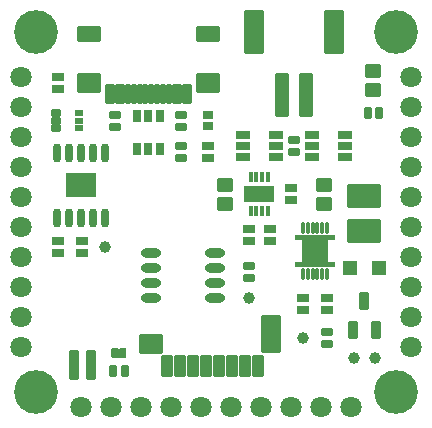
<source format=gts>
G04 Layer: TopSolderMaskLayer*
G04 Panelize: , Column: 3, Row: 3, Board Size: 35.56mm x 35.56mm, Panelized Board Size: 110.68mm x 110.68mm*
G04 EasyEDA v6.5.39, 2024-01-10 02:32:58*
G04 c879e6b8726d4e35908b0b4345eef0b3,3d9c8b04885e45b7839bd8e85c0fd600,10*
G04 Gerber Generator version 0.2*
G04 Scale: 100 percent, Rotated: No, Reflected: No *
G04 Dimensions in millimeters *
G04 leading zeros omitted , absolute positions ,4 integer and 5 decimal *
%FSLAX45Y45*%
%MOMM*%

%AMMACRO1*1,1,$1,$2,$3*1,1,$1,$4,$5*1,1,$1,0-$2,0-$3*1,1,$1,0-$4,0-$5*20,1,$1,$2,$3,$4,$5,0*20,1,$1,$4,$5,0-$2,0-$3,0*20,1,$1,0-$2,0-$3,0-$4,0-$5,0*20,1,$1,0-$4,0-$5,$2,$3,0*4,1,4,$2,$3,$4,$5,0-$2,0-$3,0-$4,0-$5,$2,$3,0*%
%AMMACRO2*4,1,5,-0.3066,-0.4016,-0.3066,0.2355,-0.1737,0.4016,0.3066,0.4016,0.3066,-0.4016,-0.3066,-0.4016,0*%
%AMMACRO3*4,1,12,-1.7018,-1.3208,-1.7018,-0.9652,-1.0668,-0.9652,-1.0668,0.9652,-1.7018,0.9652,-1.7018,1.3208,1.7018,1.3208,1.7018,0.9652,1.0668,0.9652,1.0668,-0.9652,1.7018,-0.9652,1.7018,-1.3208,-1.7018,-1.3208,0*%
%ADD10R,1.0032X0.7032*%
%ADD11MACRO1,0.2032X0.4X0.25X0.4X-0.25*%
%ADD12R,0.6516X1.1016*%
%ADD13MACRO1,0.2032X0.1999X0.3X0.1999X-0.3*%
%ADD14MACRO2*%
%ADD15R,0.8032X0.6232*%
%ADD16MACRO1,0.2032X0.3X0.21X0.3X-0.21*%
%ADD17MACRO1,0.2032X0.25X-0.4X-0.25X-0.4*%
%ADD18C,1.0032*%
%ADD19O,0.7015988X1.6015970000000002*%
%ADD20MACRO1,0.1016X-1.25X1X1.25X1*%
%ADD21MACRO1,0.1016X0.4X0.25X0.4X-0.25*%
%ADD22MACRO1,0.1016X-0.1X0.425X0.1X0.425*%
%ADD23MACRO3*%
%ADD24MACRO1,0.2032X0.55X0.5X0.55X-0.5*%
%ADD25MACRO1,0.2032X1.3X0.8999X1.3X-0.8999*%
%ADD26MACRO1,0.2032X-0.25X0.4X0.25X0.4*%
%ADD27MACRO1,0.2032X-0.5X0.275X0.5X0.275*%
%ADD28MACRO1,0.2032X-0.5X0.5X0.5X0.5*%
%ADD29MACRO1,0.2032X0.35X-0.625X-0.35X-0.625*%
%ADD30O,1.7031970000000003X0.8031988000000001*%
%ADD31R,2.6032X1.4732*%
%ADD32R,0.4532X0.8332*%
%ADD33C,1.8032*%
%ADD34C,3.7032*%
%ADD35C,0.6100*%
%ADD36MACRO1,0.2032X0.3X-0.725X-0.3X-0.725*%
%ADD37MACRO1,0.2032X0.15X-0.725X-0.15X-0.725*%
%ADD38MACRO1,0.2032X0.9X-0.725X-0.9X-0.725*%
%ADD39MACRO1,0.2032X0.9X-0.6X-0.9X-0.6*%
%ADD40MACRO1,0.2032X-0.5X1.75X0.5X1.75*%
%ADD41MACRO1,0.2032X-0.75X1.75X0.75X1.75*%
%ADD42MACRO1,0.2032X0.3X1.15X0.3X-1.15*%
%ADD43MACRO1,0.2032X-0.4X0.8X0.4X0.8*%
%ADD44MACRO1,0.2032X-0.4X0.8001X0.4X0.8001*%
%ADD45MACRO1,0.2032X-0.9X0.75X0.9X0.75*%
%ADD46MACRO1,0.2032X-0.75X1.5X0.75X1.5*%
%ADD47C,0.0190*%

%LPD*%
D10*
G01*
X-63601Y557961D03*
G01*
X-63601Y457962D03*
D11*
G01*
X-292206Y457965D03*
G01*
X-292206Y557965D03*
D10*
G01*
X-1333525Y-342087D03*
G01*
X-1333525Y-242087D03*
G01*
X-1130325Y-342087D03*
G01*
X-1130325Y-242087D03*
D11*
G01*
X279354Y-458008D03*
G01*
X279354Y-558008D03*
D12*
G01*
X-666470Y812800D03*
G01*
X-571474Y812800D03*
G01*
X-476478Y812800D03*
G01*
X-476478Y532790D03*
G01*
X-571474Y532790D03*
G01*
X-666470Y532790D03*
D13*
G01*
X-858088Y-1193774D03*
D14*
G01*
X-793089Y-1193774D03*
D15*
G01*
X-1162304Y839673D03*
G01*
X-1162304Y774674D03*
G01*
X-1162304Y709676D03*
D16*
G01*
X-1352301Y709674D03*
G01*
X-1352301Y774673D03*
G01*
X-1352301Y839671D03*
D10*
G01*
X-1333500Y1142212D03*
G01*
X-1333500Y1042212D03*
D11*
G01*
X-292206Y724665D03*
G01*
X-292206Y824665D03*
G01*
X-851006Y724665D03*
G01*
X-851006Y824665D03*
D17*
G01*
X-871797Y-1346233D03*
G01*
X-771798Y-1346233D03*
D18*
G01*
X1168400Y-1231900D03*
G01*
X1346200Y-1231900D03*
G01*
X736600Y-1066800D03*
G01*
X-939800Y-292100D03*
G01*
X279400Y-723900D03*
D19*
G01*
X-943000Y503580D03*
G01*
X-1043000Y503580D03*
G01*
X-1143000Y503580D03*
G01*
X-1242999Y503580D03*
G01*
X-1342999Y503580D03*
G01*
X-1342999Y-46405D03*
G01*
X-1242999Y-46405D03*
G01*
X-1143000Y-46405D03*
G01*
X-1043000Y-46405D03*
G01*
X-943000Y-46405D03*
D20*
G01*
X-1143000Y228612D03*
D21*
G01*
X-63507Y819689D03*
G01*
X-63507Y729692D03*
D22*
G01*
X738228Y-132657D03*
G01*
X778228Y-132657D03*
G01*
X818227Y-132657D03*
G01*
X858230Y-132657D03*
G01*
X898225Y-132657D03*
G01*
X938227Y-132657D03*
G01*
X938230Y-527659D03*
G01*
X898227Y-527657D03*
G01*
X858225Y-527657D03*
G01*
X818230Y-527657D03*
G01*
X778228Y-527657D03*
G01*
X738228Y-527657D03*
D23*
G01*
X838250Y-330174D03*
D24*
G01*
X76200Y72392D03*
G01*
X76200Y232392D03*
D25*
G01*
X1257300Y137414D03*
G01*
X1257300Y-162814D03*
D10*
G01*
X279374Y-240487D03*
G01*
X279374Y-140487D03*
G01*
X634974Y102412D03*
G01*
X634974Y202412D03*
D26*
G01*
X1283470Y838192D03*
G01*
X1383470Y838192D03*
D10*
G01*
X736574Y-824687D03*
G01*
X736574Y-724687D03*
D27*
G01*
X228295Y463803D03*
G01*
X228295Y558800D03*
G01*
X228295Y653796D03*
G01*
X508304Y653796D03*
G01*
X508304Y558800D03*
G01*
X508304Y463803D03*
D24*
G01*
X1333566Y1033782D03*
G01*
X1333566Y1193782D03*
D11*
G01*
X660293Y508765D03*
G01*
X660293Y608765D03*
D10*
G01*
X457098Y-140538D03*
G01*
X457098Y-240537D03*
D24*
G01*
X914466Y72392D03*
G01*
X914466Y232392D03*
D28*
G01*
X1137300Y-469900D03*
G01*
X1377299Y-469900D03*
D29*
G01*
X1162303Y-1001268D03*
G01*
X1352296Y-1001268D03*
G01*
X1257300Y-751331D03*
D11*
G01*
X939800Y-1116801D03*
G01*
X939800Y-1016801D03*
D30*
G01*
X-553389Y-342900D03*
G01*
X-553389Y-469900D03*
G01*
X-553389Y-596900D03*
G01*
X-553389Y-723900D03*
G01*
X-5410Y-342900D03*
G01*
X-5410Y-469900D03*
G01*
X-5410Y-596900D03*
G01*
X-5410Y-723900D03*
D27*
G01*
X812495Y463803D03*
G01*
X812495Y558800D03*
G01*
X812495Y653796D03*
G01*
X1092504Y653796D03*
G01*
X1092504Y558800D03*
G01*
X1092504Y463803D03*
D31*
G01*
X368223Y152450D03*
D32*
G01*
X293217Y297459D03*
G01*
X343230Y297459D03*
G01*
X393217Y297459D03*
G01*
X443229Y297459D03*
G01*
X443229Y7467D03*
G01*
X393217Y7467D03*
G01*
X343230Y7467D03*
G01*
X293217Y7467D03*
D10*
G01*
X939800Y-824687D03*
G01*
X939800Y-724687D03*
D33*
G01*
X-1143000Y-1651000D03*
G01*
X-889000Y-1651000D03*
G01*
X-635000Y-1651000D03*
G01*
X-381000Y-1651000D03*
G01*
X-127000Y-1651000D03*
G01*
X127000Y-1651000D03*
G01*
X381000Y-1651000D03*
G01*
X635000Y-1651000D03*
G01*
X889000Y-1651000D03*
G01*
X1143000Y-1651000D03*
G01*
X-1651000Y1143000D03*
G01*
X-1651000Y889000D03*
G01*
X-1651000Y635000D03*
G01*
X-1651000Y381000D03*
G01*
X-1651000Y127000D03*
G01*
X-1651000Y-127000D03*
G01*
X-1651000Y-381000D03*
G01*
X-1651000Y-635000D03*
G01*
X-1651000Y-889000D03*
G01*
X-1651000Y-1143000D03*
G01*
X1651000Y-1143000D03*
G01*
X1651000Y-889000D03*
G01*
X1651000Y-635000D03*
G01*
X1651000Y-381000D03*
G01*
X1651000Y-127000D03*
G01*
X1651000Y127000D03*
G01*
X1651000Y381000D03*
G01*
X1651000Y635000D03*
G01*
X1651000Y889000D03*
G01*
X1651000Y1143000D03*
D34*
G01*
X1524000Y1524000D03*
D35*
G01*
X1666494Y1524000D03*
G01*
X1381505Y1524000D03*
G01*
X1524000Y1666494D03*
G01*
X1524000Y1381505D03*
G01*
X1624711Y1423288D03*
G01*
X1624711Y1624711D03*
G01*
X1423288Y1624711D03*
G01*
X1423288Y1423288D03*
D34*
G01*
X1524000Y-1524000D03*
D35*
G01*
X1666494Y-1524000D03*
G01*
X1381505Y-1524000D03*
G01*
X1524000Y-1381505D03*
G01*
X1524000Y-1666494D03*
G01*
X1624711Y-1624711D03*
G01*
X1624711Y-1423288D03*
G01*
X1423288Y-1423288D03*
G01*
X1423288Y-1624711D03*
D34*
G01*
X-1524000Y-1524000D03*
D35*
G01*
X-1381505Y-1524000D03*
G01*
X-1666494Y-1524000D03*
G01*
X-1524000Y-1381505D03*
G01*
X-1524000Y-1666494D03*
G01*
X-1423288Y-1624711D03*
G01*
X-1423288Y-1423288D03*
G01*
X-1624711Y-1423288D03*
G01*
X-1624711Y-1624711D03*
D34*
G01*
X-1524000Y1524000D03*
D35*
G01*
X-1381505Y1524000D03*
G01*
X-1666494Y1524000D03*
G01*
X-1524000Y1666494D03*
G01*
X-1524000Y1381505D03*
G01*
X-1423288Y1423288D03*
G01*
X-1423288Y1624711D03*
G01*
X-1624711Y1624711D03*
G01*
X-1624711Y1423288D03*
D36*
G01*
X-249000Y1002548D03*
G01*
X-326499Y1002548D03*
D37*
G01*
X-396500Y1002548D03*
G01*
X-446500Y1002553D03*
G01*
X-496500Y1002548D03*
G01*
X-546500Y1002548D03*
G01*
X-596499Y1002548D03*
G01*
X-646499Y1002548D03*
G01*
X-696499Y1002548D03*
G01*
X-746499Y1002548D03*
D36*
G01*
X-816498Y1002548D03*
G01*
X-893500Y1002548D03*
D38*
G01*
X-64500Y1094049D03*
G01*
X-1078499Y1094049D03*
D39*
G01*
X-64500Y1512049D03*
G01*
X-1078499Y1512049D03*
D40*
G01*
X760399Y989799D03*
G01*
X560400Y989799D03*
D41*
G01*
X995399Y1524800D03*
G01*
X325395Y1524800D03*
D42*
G01*
X-1060300Y-1292799D03*
G01*
X-1200299Y-1292799D03*
D43*
G01*
X-410397Y-1304300D03*
D44*
G01*
X-300394Y-1304309D03*
D43*
G01*
X-190399Y-1304300D03*
G01*
X-80398Y-1304302D03*
G01*
X29601Y-1304300D03*
G01*
X139600Y-1304300D03*
G01*
X249600Y-1304301D03*
G01*
X359600Y-1304305D03*
D45*
G01*
X-553399Y-1118301D03*
D46*
G01*
X469595Y-1034313D03*
M02*

</source>
